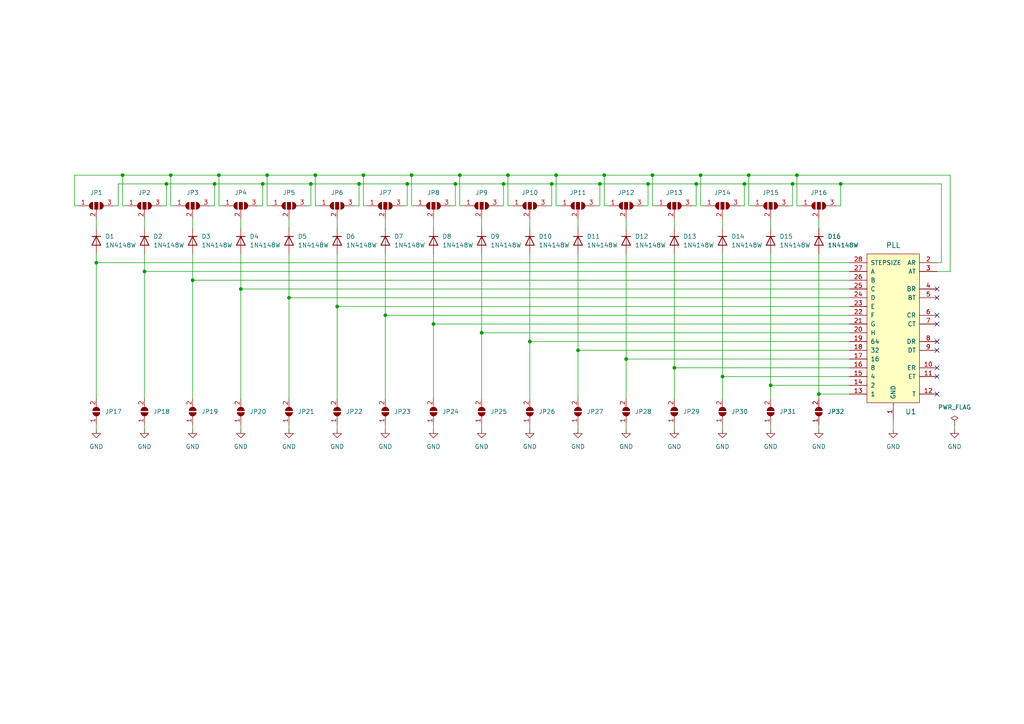
<source format=kicad_sch>
(kicad_sch (version 20211123) (generator eeschema)
  (paper "A4")
  (title_block (title "Bosch KFx3/KFx5 Diode PLL") (date "2022-01-11") (rev "2.0.0") (company "Robin Olejnik") (comment 2 "License: MIT") (comment 3 "www.robinolejnik.de") (comment 4 "https://github.com/robinolejnik/bosch-kf163-diode-pll"))
  (lib_symbols
    (symbol "Device:D" (pin_numbers hide) (pin_names (offset 1.016) hide)
      (property "Reference" "D" (at 0 2.54 0))
      (property "Value" "D" (at 0 -2.54 0))
      (symbol "D_0_1"
        (polyline (pts (xy -1.27 1.27) (xy -1.27 -1.27)) (stroke (width 0.254)))
        (polyline (pts (xy 1.27 0) (xy -1.27 0)))
        (polyline (pts (xy 1.27 1.27) (xy 1.27 -1.27) (xy -1.27 0) (xy 1.27 1.27)) (stroke (width 0.254)))
      )
      (symbol "D_1_1"
        (pin passive line (at -3.81 0 0) (length 2.54) (name "K") (number "1"))
        (pin passive line (at 3.81 0 180) (length 2.54) (name "A") (number "2"))
      )
    )
    (symbol "Jumper:SolderJumper_2_Open" (pin_names (offset 0) hide)
      (property "Reference" "JP" (at 0 2.032 0))
      (property "Value" "SolderJumper_2_Open" (at 0 -2.54 0))
      (symbol "SolderJumper_2_Open_0_1"
        (arc (start -0.254 1.016) (mid -1.27 0) (end -0.254 -1.016))
        (arc (start -0.254 1.016) (mid -1.27 0) (end -0.254 -1.016) (fill (type outline)))
        (polyline (pts (xy -0.254 1.016) (xy -0.254 -1.016)))
        (polyline (pts (xy 0.254 1.016) (xy 0.254 -1.016)))
        (arc (start 0.254 -1.016) (mid 1.27 0) (end 0.254 1.016))
        (arc (start 0.254 -1.016) (mid 1.27 0) (end 0.254 1.016) (fill (type outline)))
      )
      (symbol "SolderJumper_2_Open_1_1"
        (pin passive line (at -3.81 0 0) (length 2.54) (name "A") (number "1"))
        (pin passive line (at 3.81 0 180) (length 2.54) (name "B") (number "2"))
      )
    )
    (symbol "Jumper:SolderJumper_3_Open" (pin_names (offset 0) hide)
      (property "Reference" "JP" (at -2.54 -2.54 0))
      (property "Value" "SolderJumper_3_Open" (at 0 2.794 0))
      (symbol "SolderJumper_3_Open_0_1"
        (arc (start -1.016 1.016) (mid -2.032 0) (end -1.016 -1.016))
        (arc (start -1.016 1.016) (mid -2.032 0) (end -1.016 -1.016) (fill (type outline)))
        (rectangle (start -0.508 1.016) (end 0.508 -1.016) (fill (type outline)))
        (polyline (pts (xy -2.54 0) (xy -2.032 0)))
        (polyline (pts (xy -1.016 1.016) (xy -1.016 -1.016)))
        (polyline (pts (xy 0 -1.27) (xy 0 -1.016)))
        (polyline (pts (xy 1.016 1.016) (xy 1.016 -1.016)))
        (polyline (pts (xy 2.54 0) (xy 2.032 0)))
        (arc (start 1.016 -1.016) (mid 2.032 0) (end 1.016 1.016))
        (arc (start 1.016 -1.016) (mid 2.032 0) (end 1.016 1.016) (fill (type outline)))
      )
      (symbol "SolderJumper_3_Open_1_1"
        (pin passive line (at -5.08 0 0) (length 2.54) (name "A") (number "1"))
        (pin input line (at 0 -3.81 90) (length 2.54) (name "C") (number "2"))
        (pin passive line (at 5.08 0 180) (length 2.54) (name "B") (number "3"))
      )
    )
    (symbol "bosch_kf_diode_pll:PLL" (pin_names (offset 1.016))
      (property "Reference" "U1" (at 22.86 -25.4 0))
      (property "Value" "PLL" (at 17.78 22.86 0))
      (symbol "PLL_0_1"
        (rectangle (start 10.16 20.32) (end 25.4 -22.86) (fill (type background)))
      )
      (symbol "PLL_1_1"
        (pin passive line (at 17.78 -27.94 90) (length 5.08) (name "GND") (number "1"))
        (pin passive line (at 30.48 -12.7 180) (length 5.08) (name "ER") (number "10"))
        (pin passive line (at 30.48 -15.24 180) (length 5.08) (name "ET") (number "11"))
        (pin passive line (at 30.48 -20.32 180) (length 5.08) (name "T") (number "12"))
        (pin passive line (at 5.08 -20.32 0) (length 5.08) (name "1") (number "13"))
        (pin passive line (at 5.08 -17.78 0) (length 5.08) (name "2") (number "14"))
        (pin passive line (at 5.08 -15.24 0) (length 5.08) (name "4") (number "15"))
        (pin passive line (at 5.08 -12.7 0) (length 5.08) (name "8") (number "16"))
        (pin passive line (at 5.08 -10.16 0) (length 5.08) (name "16") (number "17"))
        (pin passive line (at 5.08 -7.62 0) (length 5.08) (name "32") (number "18"))
        (pin passive line (at 5.08 -5.08 0) (length 5.08) (name "64") (number "19"))
        (pin passive line (at 30.48 17.78 180) (length 5.08) (name "AR") (number "2"))
        (pin passive line (at 5.08 -2.54 0) (length 5.08) (name "H") (number "20"))
        (pin passive line (at 5.08 0 0) (length 5.08) (name "G") (number "21"))
        (pin passive line (at 5.08 2.54 0) (length 5.08) (name "F") (number "22"))
        (pin passive line (at 5.08 5.08 0) (length 5.08) (name "E") (number "23"))
        (pin passive line (at 5.08 7.62 0) (length 5.08) (name "D") (number "24"))
        (pin passive line (at 5.08 10.16 0) (length 5.08) (name "C") (number "25"))
        (pin passive line (at 5.08 12.7 0) (length 5.08) (name "B") (number "26"))
        (pin passive line (at 5.08 15.24 0) (length 5.08) (name "A") (number "27"))
        (pin passive line (at 5.08 17.78 0) (length 5.08) (name "STEPSIZE") (number "28"))
        (pin passive line (at 30.48 15.24 180) (length 5.08) (name "AT") (number "3"))
        (pin passive line (at 30.48 10.16 180) (length 5.08) (name "BR") (number "4"))
        (pin passive line (at 30.48 7.62 180) (length 5.08) (name "BT") (number "5"))
        (pin passive line (at 30.48 2.54 180) (length 5.08) (name "CR") (number "6"))
        (pin passive line (at 30.48 0 180) (length 5.08) (name "CT") (number "7"))
        (pin passive line (at 30.48 -5.08 180) (length 5.08) (name "DR") (number "8"))
        (pin passive line (at 30.48 -7.62 180) (length 5.08) (name "DT") (number "9"))
      )
    )
    (symbol "power:GND" (power) (pin_names (offset 0))
      (property "Value" "GND" (at 0 -3.81 0))
      (symbol "GND_0_1"
        (polyline (pts (xy 0 0) (xy 0 -1.27) (xy 1.27 -1.27) (xy 0 -2.54) (xy -1.27 -1.27) (xy 0 -1.27)))
      )
      (symbol "GND_1_1"
        (pin power_in line (at 0 0 270) (length 0) hide (name "GND") (number "1"))
      )
    )
    (symbol "power:PWR_FLAG" (power) (pin_numbers hide) (pin_names (offset 0) hide)
      (property "Value" "PWR_FLAG" (at 0 3.81 0))
      (symbol "PWR_FLAG_0_0"
        (pin power_out line (at 0 0 90) (length 0) (name "pwr") (number "1"))
      )
      (symbol "PWR_FLAG_0_1"
        (polyline (pts (xy 0 0) (xy 0 1.27) (xy -1.016 1.905) (xy 0 2.54) (xy 1.016 1.905) (xy 0 1.27)))
      )
    )
  )
  (junction (at 35.56 50.8))
  (junction (at 237.49 114.3))
  (junction (at 153.67 99.06))
  (junction (at 62.23 53.34))
  (junction (at 223.52 111.76))
  (junction (at 69.85 83.82))
  (junction (at 104.14 53.34))
  (junction (at 119.38 50.8))
  (junction (at 189.23 50.8))
  (junction (at 203.2 50.8))
  (junction (at 133.35 50.8))
  (junction (at 187.96 53.34))
  (junction (at 175.26 50.8))
  (junction (at 111.76 91.44))
  (junction (at 231.14 50.8))
  (junction (at 160.02 53.34))
  (junction (at 215.9 53.34))
  (junction (at 209.55 109.22))
  (junction (at 91.44 50.8))
  (junction (at 77.47 50.8))
  (junction (at 146.05 53.34))
  (junction (at 181.61 104.14))
  (junction (at 63.5 50.8))
  (junction (at 161.29 50.8))
  (junction (at 139.7 96.52))
  (junction (at 27.94 76.2))
  (junction (at 55.88 81.28))
  (junction (at 243.84 53.34))
  (junction (at 83.82 86.36))
  (junction (at 48.26 53.34))
  (junction (at 125.73 93.98))
  (junction (at 41.91 78.74))
  (junction (at 49.53 50.8))
  (junction (at 229.87 53.34))
  (junction (at 173.99 53.34))
  (junction (at 201.93 53.34))
  (junction (at 118.11 53.34))
  (junction (at 76.2 53.34))
  (junction (at 217.17 50.8))
  (junction (at 147.32 50.8))
  (junction (at 132.08 53.34))
  (junction (at 90.17 53.34))
  (junction (at 97.79 88.9))
  (junction (at 167.64 101.6))
  (junction (at 195.58 106.68))
  (junction (at 105.41 50.8))
  (no_connect (at 271.78 99.06))
  (no_connect (at 271.78 114.3))
  (no_connect (at 271.78 101.6))
  (no_connect (at 271.78 83.82))
  (no_connect (at 271.78 86.36))
  (no_connect (at 271.78 91.44))
  (no_connect (at 271.78 106.68))
  (no_connect (at 271.78 93.98))
  (no_connect (at 271.78 109.22))
  (wire (pts (xy 215.9 53.34) (xy 229.87 53.34)))
  (wire (pts (xy 49.53 50.8) (xy 63.5 50.8)))
  (wire (pts (xy 153.67 124.46) (xy 153.67 123.19)))
  (wire (pts (xy 41.91 78.74) (xy 41.91 115.57)))
  (wire (pts (xy 125.73 93.98) (xy 125.73 115.57)))
  (wire (pts (xy 161.29 50.8) (xy 161.29 59.69)))
  (wire (pts (xy 162.56 59.69) (xy 161.29 59.69)))
  (wire (pts (xy 111.76 91.44) (xy 111.76 115.57)))
  (wire (pts (xy 46.99 59.69) (xy 48.26 59.69)))
  (wire (pts (xy 242.57 59.69) (xy 243.84 59.69)))
  (wire (pts (xy 106.68 59.69) (xy 105.41 59.69)))
  (wire (pts (xy 133.35 50.8) (xy 147.32 50.8)))
  (wire (pts (xy 223.52 124.46) (xy 223.52 123.19)))
  (wire (pts (xy 209.55 124.46) (xy 209.55 123.19)))
  (wire (pts (xy 50.8 59.69) (xy 49.53 59.69)))
  (wire (pts (xy 232.41 59.69) (xy 231.14 59.69)))
  (wire (pts (xy 118.11 53.34) (xy 118.11 59.69)))
  (wire (pts (xy 139.7 124.46) (xy 139.7 123.19)))
  (wire (pts (xy 217.17 50.8) (xy 231.14 50.8)))
  (wire (pts (xy 147.32 50.8) (xy 161.29 50.8)))
  (wire (pts (xy 27.94 124.46) (xy 27.94 123.19)))
  (wire (pts (xy 214.63 59.69) (xy 215.9 59.69)))
  (wire (pts (xy 33.02 59.69) (xy 34.29 59.69)))
  (wire (pts (xy 209.55 109.22) (xy 209.55 115.57)))
  (wire (pts (xy 92.71 59.69) (xy 91.44 59.69)))
  (wire (pts (xy 209.55 73.66) (xy 209.55 109.22)))
  (wire (pts (xy 187.96 53.34) (xy 201.93 53.34)))
  (wire (pts (xy 27.94 73.66) (xy 27.94 76.2)))
  (wire (pts (xy 237.49 124.46) (xy 237.49 123.19)))
  (wire (pts (xy 237.49 63.5) (xy 237.49 66.04)))
  (wire (pts (xy 246.38 86.36) (xy 83.82 86.36)))
  (wire (pts (xy 118.11 53.34) (xy 132.08 53.34)))
  (wire (pts (xy 237.49 73.66) (xy 237.49 114.3)))
  (wire (pts (xy 246.38 78.74) (xy 41.91 78.74)))
  (wire (pts (xy 63.5 50.8) (xy 77.47 50.8)))
  (wire (pts (xy 133.35 50.8) (xy 133.35 59.69)))
  (wire (pts (xy 153.67 99.06) (xy 153.67 115.57)))
  (wire (pts (xy 181.61 104.14) (xy 246.38 104.14)))
  (wire (pts (xy 189.23 50.8) (xy 203.2 50.8)))
  (wire (pts (xy 158.75 59.69) (xy 160.02 59.69)))
  (wire (pts (xy 27.94 76.2) (xy 27.94 115.57)))
  (wire (pts (xy 215.9 53.34) (xy 215.9 59.69)))
  (wire (pts (xy 69.85 73.66) (xy 69.85 83.82)))
  (wire (pts (xy 130.81 59.69) (xy 132.08 59.69)))
  (wire (pts (xy 146.05 53.34) (xy 146.05 59.69)))
  (wire (pts (xy 41.91 73.66) (xy 41.91 78.74)))
  (wire (pts (xy 160.02 53.34) (xy 160.02 59.69)))
  (wire (pts (xy 167.64 73.66) (xy 167.64 101.6)))
  (wire (pts (xy 83.82 124.46) (xy 83.82 123.19)))
  (wire (pts (xy 41.91 63.5) (xy 41.91 66.04)))
  (wire (pts (xy 195.58 106.68) (xy 195.58 115.57)))
  (wire (pts (xy 181.61 104.14) (xy 181.61 115.57)))
  (wire (pts (xy 83.82 86.36) (xy 83.82 115.57)))
  (wire (pts (xy 48.26 53.34) (xy 48.26 59.69)))
  (wire (pts (xy 276.86 123.19) (xy 276.86 124.46)))
  (wire (pts (xy 125.73 124.46) (xy 125.73 123.19)))
  (wire (pts (xy 21.59 50.8) (xy 21.59 59.69)))
  (wire (pts (xy 229.87 53.34) (xy 243.84 53.34)))
  (wire (pts (xy 167.64 101.6) (xy 167.64 115.57)))
  (wire (pts (xy 243.84 53.34) (xy 273.05 53.34)))
  (wire (pts (xy 91.44 50.8) (xy 105.41 50.8)))
  (wire (pts (xy 97.79 63.5) (xy 97.79 66.04)))
  (wire (pts (xy 69.85 83.82) (xy 69.85 115.57)))
  (wire (pts (xy 175.26 50.8) (xy 189.23 50.8)))
  (wire (pts (xy 161.29 50.8) (xy 175.26 50.8)))
  (wire (pts (xy 246.38 83.82) (xy 69.85 83.82)))
  (wire (pts (xy 139.7 63.5) (xy 139.7 66.04)))
  (wire (pts (xy 223.52 111.76) (xy 246.38 111.76)))
  (wire (pts (xy 76.2 53.34) (xy 76.2 59.69)))
  (wire (pts (xy 111.76 63.5) (xy 111.76 66.04)))
  (wire (pts (xy 243.84 53.34) (xy 243.84 59.69)))
  (wire (pts (xy 35.56 50.8) (xy 49.53 50.8)))
  (wire (pts (xy 55.88 63.5) (xy 55.88 66.04)))
  (wire (pts (xy 228.6 59.69) (xy 229.87 59.69)))
  (wire (pts (xy 209.55 63.5) (xy 209.55 66.04)))
  (wire (pts (xy 97.79 124.46) (xy 97.79 123.19)))
  (wire (pts (xy 204.47 59.69) (xy 203.2 59.69)))
  (wire (pts (xy 62.23 53.34) (xy 76.2 53.34)))
  (wire (pts (xy 125.73 73.66) (xy 125.73 93.98)))
  (wire (pts (xy 132.08 53.34) (xy 132.08 59.69)))
  (wire (pts (xy 77.47 50.8) (xy 77.47 59.69)))
  (wire (pts (xy 27.94 63.5) (xy 27.94 66.04)))
  (wire (pts (xy 148.59 59.69) (xy 147.32 59.69)))
  (wire (pts (xy 104.14 53.34) (xy 104.14 59.69)))
  (wire (pts (xy 97.79 88.9) (xy 97.79 115.57)))
  (wire (pts (xy 48.26 53.34) (xy 62.23 53.34)))
  (wire (pts (xy 181.61 63.5) (xy 181.61 66.04)))
  (wire (pts (xy 78.74 59.69) (xy 77.47 59.69)))
  (wire (pts (xy 189.23 50.8) (xy 189.23 59.69)))
  (wire (pts (xy 125.73 63.5) (xy 125.73 66.04)))
  (wire (pts (xy 271.78 76.2) (xy 273.05 76.2)))
  (wire (pts (xy 120.65 59.69) (xy 119.38 59.69)))
  (wire (pts (xy 55.88 81.28) (xy 55.88 115.57)))
  (wire (pts (xy 139.7 96.52) (xy 139.7 115.57)))
  (wire (pts (xy 223.52 63.5) (xy 223.52 66.04)))
  (wire (pts (xy 22.86 59.69) (xy 21.59 59.69)))
  (wire (pts (xy 237.49 114.3) (xy 246.38 114.3)))
  (wire (pts (xy 69.85 124.46) (xy 69.85 123.19)))
  (wire (pts (xy 237.49 114.3) (xy 237.49 115.57)))
  (wire (pts (xy 167.64 124.46) (xy 167.64 123.19)))
  (wire (pts (xy 273.05 76.2) (xy 273.05 53.34)))
  (wire (pts (xy 167.64 63.5) (xy 167.64 66.04)))
  (wire (pts (xy 176.53 59.69) (xy 175.26 59.69)))
  (wire (pts (xy 21.59 50.8) (xy 35.56 50.8)))
  (wire (pts (xy 41.91 124.46) (xy 41.91 123.19)))
  (wire (pts (xy 91.44 50.8) (xy 91.44 59.69)))
  (wire (pts (xy 190.5 59.69) (xy 189.23 59.69)))
  (wire (pts (xy 88.9 59.69) (xy 90.17 59.69)))
  (wire (pts (xy 69.85 63.5) (xy 69.85 66.04)))
  (wire (pts (xy 55.88 73.66) (xy 55.88 81.28)))
  (wire (pts (xy 231.14 50.8) (xy 231.14 59.69)))
  (wire (pts (xy 259.08 121.92) (xy 259.08 124.46)))
  (wire (pts (xy 200.66 59.69) (xy 201.93 59.69)))
  (wire (pts (xy 153.67 63.5) (xy 153.67 66.04)))
  (wire (pts (xy 55.88 124.46) (xy 55.88 123.19)))
  (wire (pts (xy 139.7 73.66) (xy 139.7 96.52)))
  (wire (pts (xy 77.47 50.8) (xy 91.44 50.8)))
  (wire (pts (xy 187.96 53.34) (xy 187.96 59.69)))
  (wire (pts (xy 203.2 50.8) (xy 203.2 59.69)))
  (wire (pts (xy 60.96 59.69) (xy 62.23 59.69)))
  (wire (pts (xy 36.83 59.69) (xy 35.56 59.69)))
  (wire (pts (xy 104.14 53.34) (xy 118.11 53.34)))
  (wire (pts (xy 229.87 53.34) (xy 229.87 59.69)))
  (wire (pts (xy 83.82 63.5) (xy 83.82 66.04)))
  (wire (pts (xy 97.79 88.9) (xy 246.38 88.9)))
  (wire (pts (xy 83.82 73.66) (xy 83.82 86.36)))
  (wire (pts (xy 111.76 73.66) (xy 111.76 91.44)))
  (wire (pts (xy 201.93 53.34) (xy 201.93 59.69)))
  (wire (pts (xy 181.61 124.46) (xy 181.61 123.19)))
  (wire (pts (xy 195.58 73.66) (xy 195.58 106.68)))
  (wire (pts (xy 173.99 53.34) (xy 173.99 59.69)))
  (wire (pts (xy 209.55 109.22) (xy 246.38 109.22)))
  (wire (pts (xy 201.93 53.34) (xy 215.9 53.34)))
  (wire (pts (xy 218.44 59.69) (xy 217.17 59.69)))
  (wire (pts (xy 76.2 53.34) (xy 90.17 53.34)))
  (wire (pts (xy 105.41 50.8) (xy 119.38 50.8)))
  (wire (pts (xy 186.69 59.69) (xy 187.96 59.69)))
  (wire (pts (xy 105.41 50.8) (xy 105.41 59.69)))
  (wire (pts (xy 147.32 50.8) (xy 147.32 59.69)))
  (wire (pts (xy 49.53 50.8) (xy 49.53 59.69)))
  (wire (pts (xy 116.84 59.69) (xy 118.11 59.69)))
  (wire (pts (xy 34.29 53.34) (xy 34.29 59.69)))
  (wire (pts (xy 223.52 111.76) (xy 223.52 115.57)))
  (wire (pts (xy 146.05 53.34) (xy 160.02 53.34)))
  (wire (pts (xy 125.73 93.98) (xy 246.38 93.98)))
  (wire (pts (xy 231.14 50.8) (xy 275.59 50.8)))
  (wire (pts (xy 172.72 59.69) (xy 173.99 59.69)))
  (wire (pts (xy 139.7 96.52) (xy 246.38 96.52)))
  (wire (pts (xy 34.29 53.34) (xy 48.26 53.34)))
  (wire (pts (xy 111.76 91.44) (xy 246.38 91.44)))
  (wire (pts (xy 217.17 50.8) (xy 217.17 59.69)))
  (wire (pts (xy 195.58 124.46) (xy 195.58 123.19)))
  (wire (pts (xy 134.62 59.69) (xy 133.35 59.69)))
  (wire (pts (xy 102.87 59.69) (xy 104.14 59.69)))
  (wire (pts (xy 246.38 81.28) (xy 55.88 81.28)))
  (wire (pts (xy 181.61 73.66) (xy 181.61 104.14)))
  (wire (pts (xy 246.38 76.2) (xy 27.94 76.2)))
  (wire (pts (xy 153.67 73.66) (xy 153.67 99.06)))
  (wire (pts (xy 167.64 101.6) (xy 246.38 101.6)))
  (wire (pts (xy 175.26 50.8) (xy 175.26 59.69)))
  (wire (pts (xy 195.58 106.68) (xy 246.38 106.68)))
  (wire (pts (xy 63.5 50.8) (xy 63.5 59.69)))
  (wire (pts (xy 203.2 50.8) (xy 217.17 50.8)))
  (wire (pts (xy 119.38 50.8) (xy 133.35 50.8)))
  (wire (pts (xy 35.56 50.8) (xy 35.56 59.69)))
  (wire (pts (xy 173.99 53.34) (xy 187.96 53.34)))
  (wire (pts (xy 160.02 53.34) (xy 173.99 53.34)))
  (wire (pts (xy 153.67 99.06) (xy 246.38 99.06)))
  (wire (pts (xy 275.59 78.74) (xy 271.78 78.74)))
  (wire (pts (xy 144.78 59.69) (xy 146.05 59.69)))
  (wire (pts (xy 119.38 50.8) (xy 119.38 59.69)))
  (wire (pts (xy 195.58 63.5) (xy 195.58 66.04)))
  (wire (pts (xy 223.52 73.66) (xy 223.52 111.76)))
  (wire (pts (xy 132.08 53.34) (xy 146.05 53.34)))
  (wire (pts (xy 74.93 59.69) (xy 76.2 59.69)))
  (wire (pts (xy 62.23 53.34) (xy 62.23 59.69)))
  (wire (pts (xy 64.77 59.69) (xy 63.5 59.69)))
  (wire (pts (xy 275.59 50.8) (xy 275.59 78.74)))
  (wire (pts (xy 90.17 53.34) (xy 104.14 53.34)))
  (wire (pts (xy 97.79 73.66) (xy 97.79 88.9)))
  (wire (pts (xy 111.76 124.46) (xy 111.76 123.19)))
  (wire (pts (xy 90.17 53.34) (xy 90.17 59.69)))
  (symbol (lib_id "bosch_kf_diode_pll:PLL") (at 241.3 93.98 0) (unit 1)
    (property "Reference" "U1" (at 264.16 119.38 0) (effects (font (size 1.524 1.524))))
    (property "Value" "PLL" (at 259.08 71.12 0) (effects (font (size 1.524 1.524))))
    (property "Footprint" "Package_DIP:DIP-28_W15.24mm_LongPads" (effects hide))
  )
  (symbol (lib_id "Jumper:SolderJumper_2_Open") (at 69.85 119.38 90) (unit 1)
    (property "Reference" "JP20" (at 72.39 119.3799 90) (effects (justify right)))
    (property "Value" "SolderJumper_2_Open" (effects hide))
    (property "Footprint" "Jumper:SolderJumper-2_P1.3mm_Open_Pad1.0x1.5mm" (effects hide))
  )
  (symbol (lib_id "Jumper:SolderJumper_3_Open") (at 181.61 59.69 0) (unit 1)
    (property "Reference" "JP12" (at 181.61 55.88 0))
    (property "Value" "SolderJumper_3_Open" (effects hide))
    (property "Footprint" "Jumper:SolderJumper-3_P1.3mm_Open_Pad1.0x1.5mm" (effects hide))
  )
  (symbol (lib_id "Jumper:SolderJumper_3_Open") (at 139.7 59.69 0) (unit 1)
    (property "Reference" "JP9" (at 139.7 55.88 0))
    (property "Value" "SolderJumper_3_Open" (effects hide))
    (property "Footprint" "Jumper:SolderJumper-3_P1.3mm_Open_Pad1.0x1.5mm" (effects hide))
  )
  (symbol (lib_id "Device:D") (at 181.61 69.85 270) (unit 1)
    (property "Reference" "D12" (at 184.15 68.5799 90) (effects (justify left)))
    (property "Value" "1N4148W" (at 184.15 71.1199 90) (effects (justify left)))
    (property "Footprint" "Diode_SMD:D_SOD-123" (effects hide))
    (property "Datasheet" "https://datasheet.lcsc.com/lcsc/1809052017_MDD-Microdiode-Electronics--1N4148W_C84367.pdf" (effects hide))
    (property "LCSC" "C84367" (effects hide))
  )
  (symbol (lib_id "power:GND") (at 223.52 124.46 0) (unit 1)
    (property "Reference" "#PWR015" (effects hide))
    (property "Value" "GND" (at 223.52 129.54 0))
  )
  (symbol (lib_id "power:GND") (at 27.94 124.46 0) (unit 1)
    (property "Reference" "#PWR01" (effects hide))
    (property "Value" "GND" (at 27.94 129.54 0))
  )
  (symbol (lib_id "power:GND") (at 139.7 124.46 0) (unit 1)
    (property "Reference" "#PWR09" (effects hide))
    (property "Value" "GND" (at 139.7 129.54 0))
  )
  (symbol (lib_id "Device:D") (at 209.55 69.85 270) (unit 1)
    (property "Reference" "D14" (at 212.09 68.5799 90) (effects (justify left)))
    (property "Value" "1N4148W" (at 212.09 71.1199 90) (effects (justify left)))
    (property "Footprint" "Diode_SMD:D_SOD-123" (effects hide))
    (property "Datasheet" "https://datasheet.lcsc.com/lcsc/1809052017_MDD-Microdiode-Electronics--1N4148W_C84367.pdf" (effects hide))
    (property "LCSC" "C84367" (effects hide))
  )
  (symbol (lib_id "Jumper:SolderJumper_3_Open") (at 153.67 59.69 0) (unit 1)
    (property "Reference" "JP10" (at 153.67 55.88 0))
    (property "Value" "SolderJumper_3_Open" (effects hide))
    (property "Footprint" "Jumper:SolderJumper-3_P1.3mm_Open_Pad1.0x1.5mm" (effects hide))
  )
  (symbol (lib_id "Jumper:SolderJumper_2_Open") (at 55.88 119.38 90) (unit 1)
    (property "Reference" "JP19" (at 58.42 119.3799 90) (effects (justify right)))
    (property "Value" "SolderJumper_2_Open" (effects hide))
    (property "Footprint" "Jumper:SolderJumper-2_P1.3mm_Open_Pad1.0x1.5mm" (effects hide))
  )
  (symbol (lib_id "power:GND") (at 259.08 124.46 0) (unit 1)
    (property "Reference" "#PWR017" (effects hide))
    (property "Value" "GND" (at 259.08 129.54 0))
  )
  (symbol (lib_id "power:GND") (at 209.55 124.46 0) (unit 1)
    (property "Reference" "#PWR014" (effects hide))
    (property "Value" "GND" (at 209.55 129.54 0))
  )
  (symbol (lib_id "power:GND") (at 153.67 124.46 0) (unit 1)
    (property "Reference" "#PWR010" (effects hide))
    (property "Value" "GND" (at 153.67 129.54 0))
  )
  (symbol (lib_id "power:GND") (at 111.76 124.46 0) (unit 1)
    (property "Reference" "#PWR07" (effects hide))
    (property "Value" "GND" (at 111.76 129.54 0))
  )
  (symbol (lib_id "Jumper:SolderJumper_3_Open") (at 167.64 59.69 0) (unit 1)
    (property "Reference" "JP11" (at 167.64 55.88 0))
    (property "Value" "SolderJumper_3_Open" (effects hide))
    (property "Footprint" "Jumper:SolderJumper-3_P1.3mm_Open_Pad1.0x1.5mm" (effects hide))
  )
  (symbol (lib_id "Device:D") (at 69.85 69.85 270) (unit 1)
    (property "Reference" "D4" (at 72.39 68.5799 90) (effects (justify left)))
    (property "Value" "1N4148W" (at 72.39 71.1199 90) (effects (justify left)))
    (property "Footprint" "Diode_SMD:D_SOD-123" (effects hide))
    (property "Datasheet" "https://datasheet.lcsc.com/lcsc/1809052017_MDD-Microdiode-Electronics--1N4148W_C84367.pdf" (effects hide))
    (property "LCSC" "C84367" (effects hide))
  )
  (symbol (lib_id "power:GND") (at 125.73 124.46 0) (unit 1)
    (property "Reference" "#PWR08" (effects hide))
    (property "Value" "GND" (at 125.73 129.54 0))
  )
  (symbol (lib_id "Device:D") (at 97.79 69.85 270) (unit 1)
    (property "Reference" "D6" (at 100.33 68.5799 90) (effects (justify left)))
    (property "Value" "1N4148W" (at 100.33 71.1199 90) (effects (justify left)))
    (property "Footprint" "Diode_SMD:D_SOD-123" (effects hide))
    (property "Datasheet" "https://datasheet.lcsc.com/lcsc/1809052017_MDD-Microdiode-Electronics--1N4148W_C84367.pdf" (effects hide))
    (property "LCSC" "C84367" (effects hide))
  )
  (symbol (lib_id "Device:D") (at 223.52 69.85 270) (unit 1)
    (property "Reference" "D15" (at 226.06 68.5799 90) (effects (justify left)))
    (property "Value" "1N4148W" (at 226.06 71.1199 90) (effects (justify left)))
    (property "Footprint" "Diode_SMD:D_SOD-123" (effects hide))
    (property "Datasheet" "https://datasheet.lcsc.com/lcsc/1809052017_MDD-Microdiode-Electronics--1N4148W_C84367.pdf" (effects hide))
    (property "LCSC" "C84367" (effects hide))
  )
  (symbol (lib_id "Jumper:SolderJumper_2_Open") (at 83.82 119.38 90) (unit 1)
    (property "Reference" "JP21" (at 86.36 119.3799 90) (effects (justify right)))
    (property "Value" "SolderJumper_2_Open" (effects hide))
    (property "Footprint" "Jumper:SolderJumper-2_P1.3mm_Open_Pad1.0x1.5mm" (effects hide))
  )
  (symbol (lib_id "Device:D") (at 41.91 69.85 270) (unit 1)
    (property "Reference" "D2" (at 44.45 68.5799 90) (effects (justify left)))
    (property "Value" "1N4148W" (at 44.45 71.1199 90) (effects (justify left)))
    (property "Footprint" "Diode_SMD:D_SOD-123" (effects hide))
    (property "Datasheet" "https://datasheet.lcsc.com/lcsc/1809052017_MDD-Microdiode-Electronics--1N4148W_C84367.pdf" (effects hide))
    (property "LCSC" "C84367" (effects hide))
  )
  (symbol (lib_id "power:GND") (at 55.88 124.46 0) (unit 1)
    (property "Reference" "#PWR03" (effects hide))
    (property "Value" "GND" (at 55.88 129.54 0))
  )
  (symbol (lib_id "Jumper:SolderJumper_3_Open") (at 41.91 59.69 0) (unit 1)
    (property "Reference" "JP2" (at 41.91 55.88 0))
    (property "Value" "SolderJumper_3_Open" (effects hide))
    (property "Footprint" "Jumper:SolderJumper-3_P1.3mm_Open_Pad1.0x1.5mm" (effects hide))
  )
  (symbol (lib_id "power:PWR_FLAG") (at 276.86 123.19 0) (unit 1)
    (property "Reference" "#FLG01" (effects hide))
    (property "Value" "PWR_FLAG" (at 276.86 118.11 0))
  )
  (symbol (lib_id "Jumper:SolderJumper_2_Open") (at 181.61 119.38 90) (unit 1)
    (property "Reference" "JP28" (at 184.15 119.3799 90) (effects (justify right)))
    (property "Value" "SolderJumper_2_Open" (effects hide))
    (property "Footprint" "Jumper:SolderJumper-2_P1.3mm_Open_Pad1.0x1.5mm" (effects hide))
  )
  (symbol (lib_id "power:GND") (at 195.58 124.46 0) (unit 1)
    (property "Reference" "#PWR013" (effects hide))
    (property "Value" "GND" (at 195.58 129.54 0))
  )
  (symbol (lib_id "Device:D") (at 167.64 69.85 270) (unit 1)
    (property "Reference" "D11" (at 170.18 68.5799 90) (effects (justify left)))
    (property "Value" "1N4148W" (at 170.18 71.1199 90) (effects (justify left)))
    (property "Footprint" "Diode_SMD:D_SOD-123" (effects hide))
    (property "Datasheet" "https://datasheet.lcsc.com/lcsc/1809052017_MDD-Microdiode-Electronics--1N4148W_C84367.pdf" (effects hide))
    (property "LCSC" "C84367" (effects hide))
  )
  (symbol (lib_id "Jumper:SolderJumper_2_Open") (at 195.58 119.38 90) (unit 1)
    (property "Reference" "JP29" (at 198.12 119.3799 90) (effects (justify right)))
    (property "Value" "SolderJumper_2_Open" (effects hide))
    (property "Footprint" "Jumper:SolderJumper-2_P1.3mm_Open_Pad1.0x1.5mm" (effects hide))
  )
  (symbol (lib_id "power:GND") (at 83.82 124.46 0) (unit 1)
    (property "Reference" "#PWR05" (effects hide))
    (property "Value" "GND" (at 83.82 129.54 0))
  )
  (symbol (lib_id "Jumper:SolderJumper_3_Open") (at 83.82 59.69 0) (unit 1)
    (property "Reference" "JP5" (at 83.82 55.88 0))
    (property "Value" "SolderJumper_3_Open" (effects hide))
    (property "Footprint" "Jumper:SolderJumper-3_P1.3mm_Open_Pad1.0x1.5mm" (effects hide))
  )
  (symbol (lib_id "Jumper:SolderJumper_2_Open") (at 223.52 119.38 90) (unit 1)
    (property "Reference" "JP31" (at 226.06 119.3799 90) (effects (justify right)))
    (property "Value" "SolderJumper_2_Open" (effects hide))
    (property "Footprint" "Jumper:SolderJumper-2_P1.3mm_Open_Pad1.0x1.5mm" (effects hide))
  )
  (symbol (lib_id "power:GND") (at 237.49 124.46 0) (unit 1)
    (property "Reference" "#PWR016" (effects hide))
    (property "Value" "GND" (at 237.49 129.54 0))
  )
  (symbol (lib_id "Device:D") (at 83.82 69.85 270) (unit 1)
    (property "Reference" "D5" (at 86.36 68.5799 90) (effects (justify left)))
    (property "Value" "1N4148W" (at 86.36 71.1199 90) (effects (justify left)))
    (property "Footprint" "Diode_SMD:D_SOD-123" (effects hide))
    (property "Datasheet" "https://datasheet.lcsc.com/lcsc/1809052017_MDD-Microdiode-Electronics--1N4148W_C84367.pdf" (effects hide))
    (property "LCSC" "C84367" (effects hide))
  )
  (symbol (lib_id "Device:D") (at 139.7 69.85 270) (unit 1)
    (property "Reference" "D9" (at 142.24 68.5799 90) (effects (justify left)))
    (property "Value" "1N4148W" (at 142.24 71.1199 90) (effects (justify left)))
    (property "Footprint" "Diode_SMD:D_SOD-123" (effects hide))
    (property "Datasheet" "https://datasheet.lcsc.com/lcsc/1809052017_MDD-Microdiode-Electronics--1N4148W_C84367.pdf" (effects hide))
    (property "LCSC" "C84367" (effects hide))
  )
  (symbol (lib_id "Jumper:SolderJumper_3_Open") (at 97.79 59.69 0) (unit 1)
    (property "Reference" "JP6" (at 97.79 55.88 0))
    (property "Value" "SolderJumper_3_Open" (effects hide))
    (property "Footprint" "Jumper:SolderJumper-3_P1.3mm_Open_Pad1.0x1.5mm" (effects hide))
  )
  (symbol (lib_id "Jumper:SolderJumper_2_Open") (at 27.94 119.38 90) (unit 1)
    (property "Reference" "JP17" (at 30.48 119.3799 90) (effects (justify right)))
    (property "Value" "SolderJumper_2_Open" (effects hide))
    (property "Footprint" "Jumper:SolderJumper-2_P1.3mm_Open_Pad1.0x1.5mm" (effects hide))
  )
  (symbol (lib_id "Jumper:SolderJumper_2_Open") (at 139.7 119.38 90) (unit 1)
    (property "Reference" "JP25" (at 142.24 119.3799 90) (effects (justify right)))
    (property "Value" "SolderJumper_2_Open" (effects hide))
    (property "Footprint" "Jumper:SolderJumper-2_P1.3mm_Open_Pad1.0x1.5mm" (effects hide))
  )
  (symbol (lib_id "Device:D") (at 111.76 69.85 270) (unit 1)
    (property "Reference" "D7" (at 114.3 68.5799 90) (effects (justify left)))
    (property "Value" "1N4148W" (at 114.3 71.1199 90) (effects (justify left)))
    (property "Footprint" "Diode_SMD:D_SOD-123" (effects hide))
    (property "Datasheet" "https://datasheet.lcsc.com/lcsc/1809052017_MDD-Microdiode-Electronics--1N4148W_C84367.pdf" (effects hide))
    (property "LCSC" "C84367" (effects hide))
  )
  (symbol (lib_id "power:GND") (at 181.61 124.46 0) (unit 1)
    (property "Reference" "#PWR012" (effects hide))
    (property "Value" "GND" (at 181.61 129.54 0))
  )
  (symbol (lib_id "Jumper:SolderJumper_2_Open") (at 111.76 119.38 90) (unit 1)
    (property "Reference" "JP23" (at 114.3 119.3799 90) (effects (justify right)))
    (property "Value" "SolderJumper_2_Open" (effects hide))
    (property "Footprint" "Jumper:SolderJumper-2_P1.3mm_Open_Pad1.0x1.5mm" (effects hide))
  )
  (symbol (lib_id "power:GND") (at 97.79 124.46 0) (unit 1)
    (property "Reference" "#PWR06" (effects hide))
    (property "Value" "GND" (at 97.79 129.54 0))
  )
  (symbol (lib_id "Jumper:SolderJumper_2_Open") (at 209.55 119.38 90) (unit 1)
    (property "Reference" "JP30" (at 212.09 119.3799 90) (effects (justify right)))
    (property "Value" "SolderJumper_2_Open" (effects hide))
    (property "Footprint" "Jumper:SolderJumper-2_P1.3mm_Open_Pad1.0x1.5mm" (effects hide))
  )
  (symbol (lib_id "Jumper:SolderJumper_3_Open") (at 111.76 59.69 0) (unit 1)
    (property "Reference" "JP7" (at 111.76 55.88 0))
    (property "Value" "SolderJumper_3_Open" (effects hide))
    (property "Footprint" "Jumper:SolderJumper-3_P1.3mm_Open_Pad1.0x1.5mm" (effects hide))
  )
  (symbol (lib_id "Device:D") (at 27.94 69.85 270) (unit 1)
    (property "Reference" "D1" (at 30.48 68.5799 90) (effects (justify left)))
    (property "Value" "1N4148W" (at 30.48 71.1199 90) (effects (justify left)))
    (property "Footprint" "Diode_SMD:D_SOD-123" (effects hide))
    (property "Datasheet" "https://datasheet.lcsc.com/lcsc/1809052017_MDD-Microdiode-Electronics--1N4148W_C84367.pdf" (effects hide))
    (property "LCSC" "C84367" (effects hide))
  )
  (symbol (lib_id "Jumper:SolderJumper_2_Open") (at 153.67 119.38 90) (unit 1)
    (property "Reference" "JP26" (at 156.21 119.3799 90) (effects (justify right)))
    (property "Value" "SolderJumper_2_Open" (effects hide))
    (property "Footprint" "Jumper:SolderJumper-2_P1.3mm_Open_Pad1.0x1.5mm" (effects hide))
  )
  (symbol (lib_id "Jumper:SolderJumper_3_Open") (at 55.88 59.69 0) (unit 1)
    (property "Reference" "JP3" (at 55.88 55.88 0))
    (property "Value" "SolderJumper_3_Open" (effects hide))
    (property "Footprint" "Jumper:SolderJumper-3_P1.3mm_Open_Pad1.0x1.5mm" (effects hide))
  )
  (symbol (lib_id "Device:D") (at 195.58 69.85 270) (unit 1)
    (property "Reference" "D13" (at 198.12 68.5799 90) (effects (justify left)))
    (property "Value" "1N4148W" (at 198.12 71.1199 90) (effects (justify left)))
    (property "Footprint" "Diode_SMD:D_SOD-123" (effects hide))
    (property "Datasheet" "https://datasheet.lcsc.com/lcsc/1809052017_MDD-Microdiode-Electronics--1N4148W_C84367.pdf" (effects hide))
    (property "LCSC" "C84367" (effects hide))
  )
  (symbol (lib_id "Device:D") (at 125.73 69.85 270) (unit 1)
    (property "Reference" "D8" (at 128.27 68.5799 90) (effects (justify left)))
    (property "Value" "1N4148W" (at 128.27 71.1199 90) (effects (justify left)))
    (property "Footprint" "Diode_SMD:D_SOD-123" (effects hide))
    (property "Datasheet" "https://datasheet.lcsc.com/lcsc/1809052017_MDD-Microdiode-Electronics--1N4148W_C84367.pdf" (effects hide))
    (property "LCSC" "C84367" (effects hide))
  )
  (symbol (lib_id "power:GND") (at 69.85 124.46 0) (unit 1)
    (property "Reference" "#PWR04" (effects hide))
    (property "Value" "GND" (at 69.85 129.54 0))
  )
  (symbol (lib_id "Jumper:SolderJumper_2_Open") (at 97.79 119.38 90) (unit 1)
    (property "Reference" "JP22" (at 100.33 119.3799 90) (effects (justify right)))
    (property "Value" "SolderJumper_2_Open" (effects hide))
    (property "Footprint" "Jumper:SolderJumper-2_P1.3mm_Open_Pad1.0x1.5mm" (effects hide))
  )
  (symbol (lib_id "Jumper:SolderJumper_3_Open") (at 209.55 59.69 0) (unit 1)
    (property "Reference" "JP14" (at 209.55 55.88 0))
    (property "Value" "SolderJumper_3_Open" (effects hide))
    (property "Footprint" "Jumper:SolderJumper-3_P1.3mm_Open_Pad1.0x1.5mm" (effects hide))
  )
  (symbol (lib_id "Device:D") (at 55.88 69.85 270) (unit 1)
    (property "Reference" "D3" (at 58.42 68.5799 90) (effects (justify left)))
    (property "Value" "1N4148W" (at 58.42 71.1199 90) (effects (justify left)))
    (property "Footprint" "Diode_SMD:D_SOD-123" (effects hide))
    (property "Datasheet" "https://datasheet.lcsc.com/lcsc/1809052017_MDD-Microdiode-Electronics--1N4148W_C84367.pdf" (effects hide))
    (property "LCSC" "C84367" (effects hide))
  )
  (symbol (lib_id "Jumper:SolderJumper_3_Open") (at 195.58 59.69 0) (unit 1)
    (property "Reference" "JP13" (at 195.58 55.88 0))
    (property "Value" "SolderJumper_3_Open" (effects hide))
    (property "Footprint" "Jumper:SolderJumper-3_P1.3mm_Open_Pad1.0x1.5mm" (effects hide))
  )
  (symbol (lib_id "Device:D") (at 237.49 69.85 270) (unit 1)
    (property "Reference" "D16" (at 240.03 68.5799 90) (effects (justify left)))
    (property "Value" "1N4148W" (at 240.03 71.1199 90) (effects (justify left)))
    (property "Footprint" "Diode_SMD:D_SOD-123" (effects hide))
    (property "Datasheet" "https://datasheet.lcsc.com/lcsc/1809052017_MDD-Microdiode-Electronics--1N4148W_C84367.pdf" (effects hide))
    (property "LCSC" "C84367" (effects hide))
  )
  (symbol (lib_id "Jumper:SolderJumper_3_Open") (at 223.52 59.69 0) (unit 1)
    (property "Reference" "JP15" (at 223.52 55.88 0))
    (property "Value" "SolderJumper_3_Open" (effects hide))
    (property "Footprint" "Jumper:SolderJumper-3_P1.3mm_Open_Pad1.0x1.5mm" (effects hide))
  )
  (symbol (lib_id "Jumper:SolderJumper_2_Open") (at 167.64 119.38 90) (unit 1)
    (property "Reference" "JP27" (at 170.18 119.3799 90) (effects (justify right)))
    (property "Value" "SolderJumper_2_Open" (effects hide))
    (property "Footprint" "Jumper:SolderJumper-2_P1.3mm_Open_Pad1.0x1.5mm" (effects hide))
  )
  (symbol (lib_id "Jumper:SolderJumper_2_Open") (at 41.91 119.38 90) (unit 1)
    (property "Reference" "JP18" (at 44.45 119.3799 90) (effects (justify right)))
    (property "Value" "SolderJumper_2_Open" (effects hide))
    (property "Footprint" "Jumper:SolderJumper-2_P1.3mm_Open_Pad1.0x1.5mm" (effects hide))
  )
  (symbol (lib_id "power:GND") (at 167.64 124.46 0) (unit 1)
    (property "Reference" "#PWR011" (effects hide))
    (property "Value" "GND" (at 167.64 129.54 0))
  )
  (symbol (lib_id "power:GND") (at 41.91 124.46 0) (unit 1)
    (property "Reference" "#PWR02" (effects hide))
    (property "Value" "GND" (at 41.91 129.54 0))
  )
  (symbol (lib_id "Device:D") (at 153.67 69.85 270) (unit 1)
    (property "Reference" "D10" (at 156.21 68.5799 90) (effects (justify left)))
    (property "Value" "1N4148W" (at 156.21 71.1199 90) (effects (justify left)))
    (property "Footprint" "Diode_SMD:D_SOD-123" (effects hide))
    (property "Datasheet" "https://datasheet.lcsc.com/lcsc/1809052017_MDD-Microdiode-Electronics--1N4148W_C84367.pdf" (effects hide))
    (property "LCSC" "C84367" (effects hide))
  )
  (symbol (lib_id "Jumper:SolderJumper_3_Open") (at 125.73 59.69 0) (unit 1)
    (property "Reference" "JP8" (at 125.73 55.88 0))
    (property "Value" "SolderJumper_3_Open" (effects hide))
    (property "Footprint" "Jumper:SolderJumper-3_P1.3mm_Open_Pad1.0x1.5mm" (effects hide))
  )
  (symbol (lib_id "Jumper:SolderJumper_3_Open") (at 69.85 59.69 0) (unit 1)
    (property "Reference" "JP4" (at 69.85 55.88 0))
    (property "Value" "SolderJumper_3_Open" (effects hide))
    (property "Footprint" "Jumper:SolderJumper-3_P1.3mm_Open_Pad1.0x1.5mm" (effects hide))
  )
  (symbol (lib_id "Jumper:SolderJumper_3_Open") (at 27.94 59.69 0) (unit 1)
    (property "Reference" "JP1" (at 27.94 55.88 0))
    (property "Value" "SolderJumper_3_Open" (effects hide))
    (property "Footprint" "Jumper:SolderJumper-3_P1.3mm_Open_Pad1.0x1.5mm" (effects hide))
  )
  (symbol (lib_id "power:GND") (at 276.86 124.46 0) (unit 1)
    (property "Reference" "#PWR018" (effects hide))
    (property "Value" "GND" (at 276.86 129.54 0))
  )
  (symbol (lib_id "Jumper:SolderJumper_2_Open") (at 125.73 119.38 90) (unit 1)
    (property "Reference" "JP24" (at 128.27 119.3799 90) (effects (justify right)))
    (property "Value" "SolderJumper_2_Open" (effects hide))
    (property "Footprint" "Jumper:SolderJumper-2_P1.3mm_Open_Pad1.0x1.5mm" (effects hide))
  )
  (symbol (lib_id "Jumper:SolderJumper_3_Open") (at 237.49 59.69 0) (unit 1)
    (property "Reference" "JP16" (at 237.49 55.88 0))
    (property "Value" "SolderJumper_3_Open" (effects hide))
    (property "Footprint" "Jumper:SolderJumper-3_P1.3mm_Open_Pad1.0x1.5mm" (effects hide))
  )
  (symbol (lib_id "Jumper:SolderJumper_2_Open") (at 237.49 119.38 90) (unit 1)
    (property "Reference" "JP32" (at 240.03 119.3799 90) (effects (justify right)))
    (property "Value" "SolderJumper_2_Open" (effects hide))
    (property "Footprint" "Jumper:SolderJumper-2_P1.3mm_Open_Pad1.0x1.5mm" (effects hide))
  )
)
</source>
